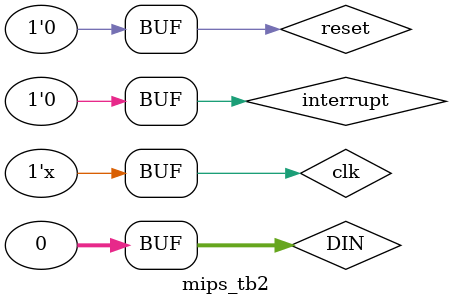
<source format=v>
`timescale 1ns / 1ps


module mips_tb2;

	// Inputs
	reg clk;
	reg reset;
	reg interrupt;
	reg [31:0] DIN;

	// Outputs
	wire [31:0] ALUout_M;
	wire [31:0] F5out;
	wire MemWrM;

	// Instantiate the Unit Under Test (UUT)
	mips uut (
		.clk(clk), 
		.reset(reset), 
		.interrupt(interrupt), 
		.DIN(DIN), 
		.ALUout_M(ALUout_M), 
		.F5out(F5out), 
		.MemWrM(MemWrM)
	);

	initial begin
		// Initialize Inputs
		clk = 0;
		reset = 0;
		interrupt = 0;
		DIN = 0;

		// Wait 100 ns for global reset to finish
        
		// Add stimulus here

	end
	always #5 clk = ~clk;
      
endmodule


</source>
